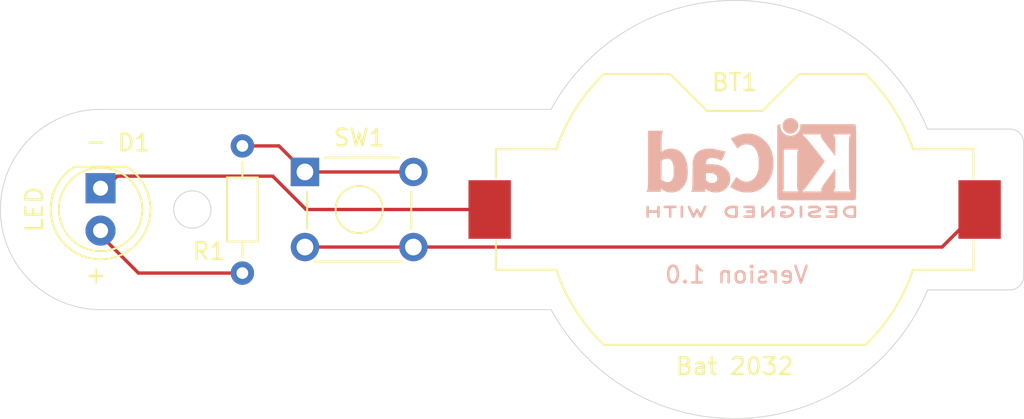
<source format=kicad_pcb>
(kicad_pcb (version 20241229) (generator "pcbnew") (generator_version "9.0")
  (title_block (title "LED TORCH") (rev "1") (company "MO") (comment 1 "MO OL"))
  (layers (0 "F.Cu" signal) (2 "B.Cu" signal) (13 "F.Paste" user) (15 "B.Paste" user) (5 "F.SilkS" user "F.Silkscreen") (7 "B.SilkS" user "B.Silkscreen") (1 "F.Mask" user) (3 "B.Mask" user) (25 "Edge.Cuts" user))
  (net 0 "")
  (net 1 "/bat_pos")
  (net 2 "/LED_cathode")
  (net 3 "/LED_anode")
  (net 4 "Net-(SW1A-A)")
  (footprint "Button_Switch_THT:SW_TH_Tactile_Omron_B3F-10xx" (layer "F.Cu") (at 69.25 156.75)
    (property "Reference" "SW1" (at 3.25 -2.05 0) (layer "F.SilkS"))
    (property "Value" "SW_DPST_x2")
    (pad "1" thru_hole rect (at 0 0) (size 1.7 1.7) (drill 1) (layers "*.Cu" "*.Mask") (net 4 "Net-(SW1A-A)"))
    (pad "1" thru_hole circle (at 6.5 0) (size 1.7 1.7) (drill 1) (layers "*.Cu" "*.Mask") (net 4 "Net-(SW1A-A)"))
    (pad "2" thru_hole circle (at 0 4.5) (size 1.7 1.7) (drill 1) (layers "*.Cu" "*.Mask") (net 1 "/bat_pos"))
    (pad "2" thru_hole circle (at 6.5 4.5) (size 1.7 1.7) (drill 1) (layers "*.Cu" "*.Mask") (net 1 "/bat_pos"))
  )
  (footprint "LED_THT:LED_D5.0mm" (layer "F.Cu") (at 57 157.725 -90)
    (property "Reference" "D1" (at -2.725 -2 180) (layer "F.SilkS"))
    (property "Value" "LED" (at 1.27 3.96 90) (layer "F.SilkS"))
    (pad "1" thru_hole rect (at 0 0 270) (size 1.8 1.8) (drill 0.9) (layers "*.Cu" "*.Mask") (net 2 "/LED_cathode"))
    (pad "2" thru_hole circle (at 2.54 0 270) (size 1.8 1.8) (drill 0.9) (layers "*.Cu" "*.Mask") (net 3 "/LED_anode"))
  )
  (footprint "Resistor_THT:R_Axial_DIN0204_L3.6mm_D1.6mm_P7.62mm_Horizontal" (layer "F.Cu") (at 65.5 162.81 90)
    (property "Reference" "R1" (at 1.31 -2 180) (layer "F.SilkS"))
    (property "Value" "R")
    (pad "1" thru_hole circle (at 0 0 90) (size 1.4 1.4) (drill 0.7) (layers "*.Cu" "*.Mask") (net 3 "/LED_anode"))
    (pad "2" thru_hole oval (at 7.62 0 90) (size 1.4 1.4) (drill 0.7) (layers "*.Cu" "*.Mask") (net 4 "Net-(SW1A-A)"))
  )
  (footprint "Battery:BatteryHolder_Keystone_1058_1x2032" (layer "F.Cu") (at 95 159 180)
    (property "Reference" "BT1" (at 0 7.62 0) (layer "F.SilkS"))
    (property "Value" "Bat 2032" (at 0 -9.398 0) (layer "F.SilkS"))
    (pad "1" smd rect (at -14.68 0 180) (size 2.54 3.51) (layers "F.Cu" "F.Mask" "F.Paste") (net 1 "/bat_pos"))
    (pad "2" smd rect (at 14.68 0 180) (size 2.54 3.51) (layers "F.Cu" "F.Mask" "F.Paste") (net 2 "/LED_cathode"))
  )
  (footprint "Symbol:KiCad-Logo2_5mm_SilkScreen" (layer "B.Cu") (at 96 156.5 180)
    (property "Reference" "REF**" (hide yes))
    (property "Value" "KiCad-Logo2_5mm_SilkScreen" (hide yes))
  )
  (gr_arc (start 84 153) (mid 95.654741 146.487154) (end 106.566121 154.180783) (stroke (width 0.05)) (layer "Edge.Cuts"))
  (gr_line (start 112.319217 163) (end 112.319217 156) (stroke (width 0.05)) (layer "Edge.Cuts"))
  (gr_arc (start 106.566121 163.819217) (mid 95.654741 171.512846) (end 84 165) (stroke (width 0.05)) (layer "Edge.Cuts"))
  (gr_line (start 106.566121 163.819217) (end 111.5 163.819217) (stroke (width 0.05)) (layer "Edge.Cuts"))
  (gr_circle (center 62.5 159) (end 63 160) (stroke (width 0.05)) (fill no) (layer "Edge.Cuts"))
  (gr_line (start 112.319217 156) (end 112.319217 155) (stroke (width 0.05)) (layer "Edge.Cuts"))
  (gr_line (start 106.566121 154.180783) (end 111 154.180783) (stroke (width 0.05)) (layer "Edge.Cuts"))
  (gr_line (start 57 165) (end 84 165) (stroke (width 0.05)) (layer "Edge.Cuts"))
  (gr_arc (start 111.5 154.180783) (mid 112.079274 154.420726) (end 112.319217 155) (stroke (width 0.05)) (layer "Edge.Cuts"))
  (gr_line (start 57 153) (end 84 153) (stroke (width 0.05)) (layer "Edge.Cuts"))
  (gr_arc (start 112.319217 163) (mid 112.079274 163.579274) (end 111.5 163.819217) (stroke (width 0.05)) (layer "Edge.Cuts"))
  (gr_line (start 111 154.180783) (end 111.5 154.180783) (stroke (width 0.05)) (layer "Edge.Cuts"))
  (gr_arc (start 57 165) (mid 51 159) (end 57 153) (stroke (width 0.05)) (layer "Edge.Cuts"))
  (gr_text "-" (at 56 155.5 0) (layer "F.SilkS") (effects (font (size 1 1)) (justify left bottom)))
  (gr_text "+" (at 56 163.5 0) (layer "F.SilkS") (effects (font (size 1 1)) (justify left bottom)))
  (gr_text "Version 1.0" (at 99.5 163.5 0) (layer "B.SilkS") (effects (font (size 1 1)) (justify left bottom mirror)))
  (segment (start 107.43 161.25) (end 109.68 159) (width 0.2) (layer "F.Cu") (net 1))
  (segment (start 75.75 161.25) (end 107.43 161.25) (width 0.2) (layer "F.Cu") (net 1))
  (segment (start 69.25 161.25) (end 75.75 161.25) (width 0.2) (layer "F.Cu") (net 1))
  (segment (start 69.318033 159) (end 80.32 159) (width 0.2) (layer "F.Cu") (net 2))
  (segment (start 58.0005 157) (end 67.318033 157) (width 0.2) (layer "F.Cu") (net 2))
  (segment (start 57 158.0005) (end 58.0005 157) (width 0.2) (layer "F.Cu") (net 2))
  (segment (start 67.318033 157) (end 69.318033 159) (width 0.2) (layer "F.Cu") (net 2))
  (segment (start 59.2695 162.81) (end 65.5 162.81) (width 0.2) (layer "F.Cu") (net 3))
  (segment (start 57 160.5405) (end 59.2695 162.81) (width 0.2) (layer "F.Cu") (net 3))
  (segment (start 69.25 156.75) (end 75.75 156.75) (width 0.2) (layer "F.Cu") (net 4))
  (segment (start 65.5 155.19) (end 67.69 155.19) (width 0.2) (layer "F.Cu") (net 4))
  (segment (start 67.69 155.19) (end 69.25 156.75) (width 0.2) (layer "F.Cu") (net 4))
)
</source>
